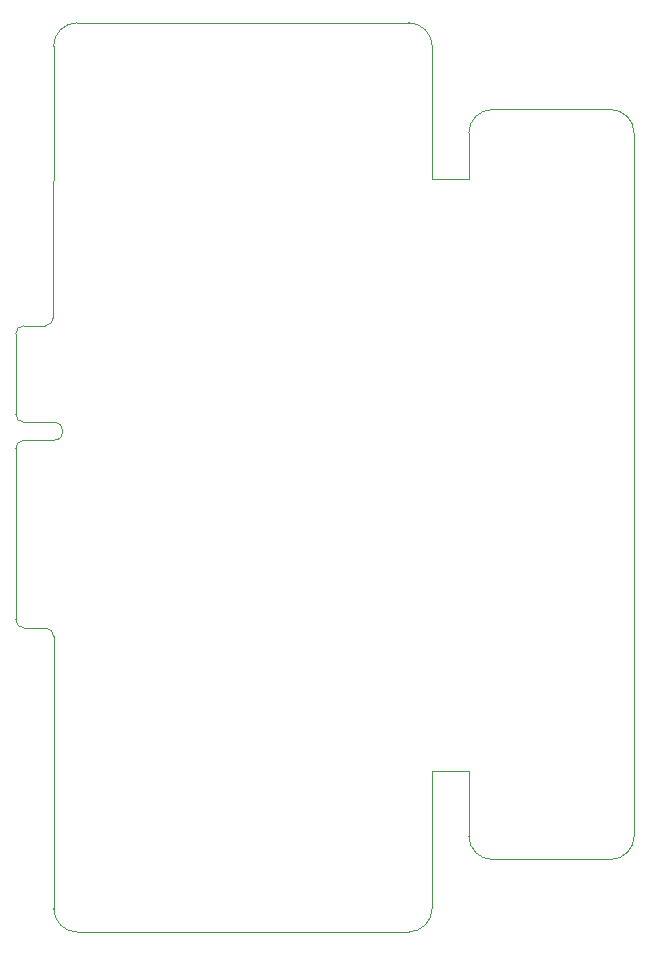
<source format=gbr>
%TF.GenerationSoftware,KiCad,Pcbnew,9.0.2*%
%TF.CreationDate,2025-06-25T22:38:51+10:00*%
%TF.ProjectId,F0-uConsole,46302d75-436f-46e7-936f-6c652e6b6963,rev?*%
%TF.SameCoordinates,Original*%
%TF.FileFunction,Profile,NP*%
%FSLAX46Y46*%
G04 Gerber Fmt 4.6, Leading zero omitted, Abs format (unit mm)*
G04 Created by KiCad (PCBNEW 9.0.2) date 2025-06-25 22:38:51*
%MOMM*%
%LPD*%
G01*
G04 APERTURE LIST*
%TA.AperFunction,Profile*%
%ADD10C,0.050000*%
%TD*%
G04 APERTURE END LIST*
D10*
X152984497Y-109400000D02*
X142985824Y-109400000D01*
X154990082Y-107405702D02*
G75*
G02*
X152996315Y-109399942I-1993700J-540D01*
G01*
X152984340Y-45901442D02*
G75*
G02*
X154986482Y-47903094I542J-2001600D01*
G01*
X137890705Y-51800000D02*
X140984843Y-51798203D01*
X140984843Y-51798203D02*
X140984015Y-47906642D01*
X140984843Y-101900000D02*
X137864786Y-101900000D01*
X154986525Y-47907027D02*
X154986149Y-107406242D01*
X140984015Y-47907184D02*
G75*
G02*
X142985667Y-45905075I2001567J542D01*
G01*
X142985824Y-109397509D02*
G75*
G02*
X140983715Y-107395857I-542J2001567D01*
G01*
X142985667Y-45900000D02*
X152984340Y-45900000D01*
X140983639Y-107395857D02*
X140984843Y-101900000D01*
X107840761Y-38558558D02*
X135890176Y-38558558D01*
X107824503Y-115537019D02*
G75*
G02*
X105850081Y-113562161I197J1974619D01*
G01*
X105850000Y-113562161D02*
X105850000Y-90520000D01*
X135890176Y-38558558D02*
G75*
G02*
X137892442Y-40560210I624J-2001642D01*
G01*
X105825237Y-63500309D02*
G75*
G02*
X105131292Y-64200011I-700037J309D01*
G01*
X137864786Y-101900000D02*
X137890617Y-113508192D01*
X105824451Y-40566452D02*
G75*
G02*
X107840761Y-38558562I2009549J-1648D01*
G01*
X137890720Y-40560209D02*
X137890705Y-51800000D01*
X137890617Y-113565365D02*
G75*
G02*
X135890416Y-115537021I-2000017J28565D01*
G01*
X105160024Y-89803750D02*
G75*
G02*
X105850079Y-90519999I-33024J-722350D01*
G01*
X105825237Y-63517782D02*
X105834069Y-40566461D01*
X135890416Y-115537019D02*
X107824503Y-115537019D01*
%TO.C,J1*%
X102635000Y-71700000D02*
X102635000Y-64900000D01*
X102635000Y-74600000D02*
X102635000Y-89100000D01*
X103335000Y-64200000D02*
X105135000Y-64200000D01*
X103335000Y-72400000D02*
X105885000Y-72400000D01*
X103335000Y-73900000D02*
X105885000Y-73900000D01*
X103335000Y-89800000D02*
X105135000Y-89800000D01*
X102635000Y-64900000D02*
G75*
G02*
X103335000Y-64200000I699999J1D01*
G01*
X102635000Y-74600000D02*
G75*
G02*
X103335000Y-73900000I700000J0D01*
G01*
X103335000Y-72400000D02*
G75*
G02*
X102635000Y-71700000I-1J699999D01*
G01*
X103335000Y-89800000D02*
G75*
G02*
X102635000Y-89100000I0J700000D01*
G01*
X105885000Y-72400000D02*
G75*
G02*
X105885000Y-73900000I0J-750000D01*
G01*
%TD*%
M02*

</source>
